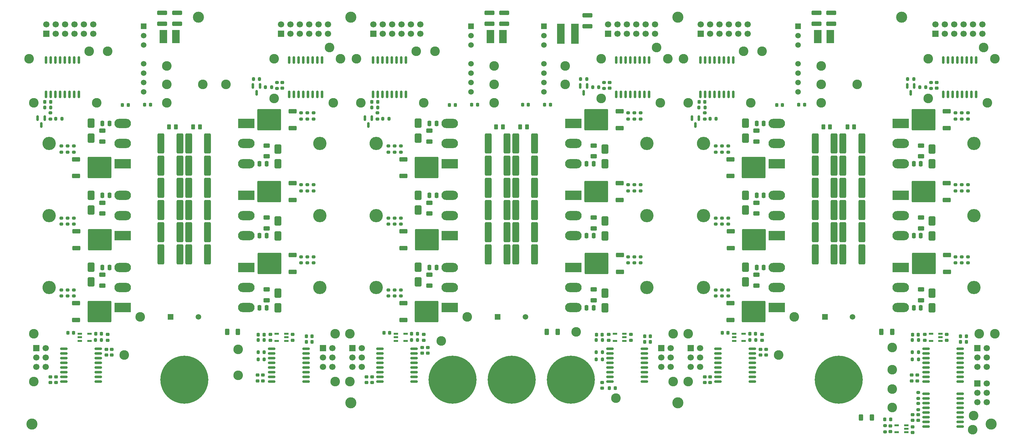
<source format=gts>
G04 #@! TF.GenerationSoftware,KiCad,Pcbnew,9.0.1*
G04 #@! TF.CreationDate,2025-08-06T03:01:25-05:00*
G04 #@! TF.ProjectId,TractionInverter,54726163-7469-46f6-9e49-6e7665727465,rev?*
G04 #@! TF.SameCoordinates,Original*
G04 #@! TF.FileFunction,Soldermask,Top*
G04 #@! TF.FilePolarity,Negative*
%FSLAX46Y46*%
G04 Gerber Fmt 4.6, Leading zero omitted, Abs format (unit mm)*
G04 Created by KiCad (PCBNEW 9.0.1) date 2025-08-06 03:01:25*
%MOMM*%
%LPD*%
G01*
G04 APERTURE LIST*
G04 Aperture macros list*
%AMRoundRect*
0 Rectangle with rounded corners*
0 $1 Rounding radius*
0 $2 $3 $4 $5 $6 $7 $8 $9 X,Y pos of 4 corners*
0 Add a 4 corners polygon primitive as box body*
4,1,4,$2,$3,$4,$5,$6,$7,$8,$9,$2,$3,0*
0 Add four circle primitives for the rounded corners*
1,1,$1+$1,$2,$3*
1,1,$1+$1,$4,$5*
1,1,$1+$1,$6,$7*
1,1,$1+$1,$8,$9*
0 Add four rect primitives between the rounded corners*
20,1,$1+$1,$2,$3,$4,$5,0*
20,1,$1+$1,$4,$5,$6,$7,0*
20,1,$1+$1,$6,$7,$8,$9,0*
20,1,$1+$1,$8,$9,$2,$3,0*%
G04 Aperture macros list end*
%ADD10C,3.000000*%
%ADD11R,1.700000X1.700000*%
%ADD12C,1.700000*%
%ADD13RoundRect,0.250000X1.100000X-0.325000X1.100000X0.325000X-1.100000X0.325000X-1.100000X-0.325000X0*%
%ADD14C,2.604000*%
%ADD15RoundRect,0.225000X0.250000X-0.225000X0.250000X0.225000X-0.250000X0.225000X-0.250000X-0.225000X0*%
%ADD16RoundRect,0.225000X-0.250000X0.225000X-0.250000X-0.225000X0.250000X-0.225000X0.250000X0.225000X0*%
%ADD17RoundRect,0.225000X-0.225000X-0.250000X0.225000X-0.250000X0.225000X0.250000X-0.225000X0.250000X0*%
%ADD18RoundRect,0.225000X0.225000X0.250000X-0.225000X0.250000X-0.225000X-0.250000X0.225000X-0.250000X0*%
%ADD19R,1.150000X0.600000*%
%ADD20RoundRect,0.150000X0.875000X0.150000X-0.875000X0.150000X-0.875000X-0.150000X0.875000X-0.150000X0*%
%ADD21RoundRect,0.200000X-0.200000X-0.275000X0.200000X-0.275000X0.200000X0.275000X-0.200000X0.275000X0*%
%ADD22RoundRect,0.218750X-0.256250X0.218750X-0.256250X-0.218750X0.256250X-0.218750X0.256250X0.218750X0*%
%ADD23RoundRect,0.150000X0.150000X-0.875000X0.150000X0.875000X-0.150000X0.875000X-0.150000X-0.875000X0*%
%ADD24RoundRect,0.200000X-0.275000X0.200000X-0.275000X-0.200000X0.275000X-0.200000X0.275000X0.200000X0*%
%ADD25RoundRect,0.250000X-0.650000X-2.450000X0.650000X-2.450000X0.650000X2.450000X-0.650000X2.450000X0*%
%ADD26RoundRect,0.250000X-0.850000X-0.350000X0.850000X-0.350000X0.850000X0.350000X-0.850000X0.350000X0*%
%ADD27RoundRect,0.249997X-2.950003X-2.650003X2.950003X-2.650003X2.950003X2.650003X-2.950003X2.650003X0*%
%ADD28RoundRect,0.250000X-0.250000X-0.475000X0.250000X-0.475000X0.250000X0.475000X-0.250000X0.475000X0*%
%ADD29RoundRect,0.250000X0.625000X-0.312500X0.625000X0.312500X-0.625000X0.312500X-0.625000X-0.312500X0*%
%ADD30RoundRect,0.200000X0.275000X-0.200000X0.275000X0.200000X-0.275000X0.200000X-0.275000X-0.200000X0*%
%ADD31RoundRect,0.150000X-0.875000X-0.150000X0.875000X-0.150000X0.875000X0.150000X-0.875000X0.150000X0*%
%ADD32RoundRect,0.250000X-0.625000X0.312500X-0.625000X-0.312500X0.625000X-0.312500X0.625000X0.312500X0*%
%ADD33RoundRect,0.200000X0.200000X0.275000X-0.200000X0.275000X-0.200000X-0.275000X0.200000X-0.275000X0*%
%ADD34RoundRect,0.150000X-0.150000X0.587500X-0.150000X-0.587500X0.150000X-0.587500X0.150000X0.587500X0*%
%ADD35RoundRect,0.250000X-0.650000X1.000000X-0.650000X-1.000000X0.650000X-1.000000X0.650000X1.000000X0*%
%ADD36RoundRect,0.250000X0.650000X-1.000000X0.650000X1.000000X-0.650000X1.000000X-0.650000X-1.000000X0*%
%ADD37RoundRect,0.250000X-0.262500X-0.450000X0.262500X-0.450000X0.262500X0.450000X-0.262500X0.450000X0*%
%ADD38RoundRect,0.250000X0.850000X0.350000X-0.850000X0.350000X-0.850000X-0.350000X0.850000X-0.350000X0*%
%ADD39RoundRect,0.249997X2.950003X2.650003X-2.950003X2.650003X-2.950003X-2.650003X2.950003X-2.650003X0*%
%ADD40O,4.500000X2.500000*%
%ADD41R,4.500000X2.500000*%
%ADD42O,3.600000X3.600000*%
%ADD43RoundRect,0.250000X-0.312500X-0.625000X0.312500X-0.625000X0.312500X0.625000X-0.312500X0.625000X0*%
%ADD44RoundRect,0.218750X-0.218750X-0.256250X0.218750X-0.256250X0.218750X0.256250X-0.218750X0.256250X0*%
%ADD45RoundRect,0.250000X0.250000X0.475000X-0.250000X0.475000X-0.250000X-0.475000X0.250000X-0.475000X0*%
%ADD46C,1.500000*%
%ADD47R,1.500000X1.500000*%
%ADD48RoundRect,0.218750X0.218750X0.256250X-0.218750X0.256250X-0.218750X-0.256250X0.218750X-0.256250X0*%
%ADD49R,2.000000X3.600000*%
%ADD50C,0.900000*%
%ADD51C,13.000000*%
%ADD52R,2.150000X5.500000*%
G04 APERTURE END LIST*
D10*
X191250000Y-142500000D03*
X102750000Y-142500000D03*
X102750000Y-38000000D03*
X191250000Y-38000000D03*
D11*
X272225000Y-137210000D03*
D12*
X274765000Y-137210000D03*
X272225000Y-139750000D03*
X274765000Y-139750000D03*
X272225000Y-142290000D03*
X274765000Y-142290000D03*
D10*
X16500000Y-148250000D03*
X61500000Y-38000000D03*
X251750000Y-38000000D03*
X275999999Y-148249999D03*
D13*
X166750000Y-37525000D03*
X166750000Y-40475000D03*
D14*
X102500000Y-123750000D03*
D15*
X122100000Y-127475000D03*
X122100000Y-129025000D03*
D16*
X108500000Y-135475000D03*
X108500000Y-137025000D03*
D12*
X105765000Y-132790000D03*
X103225000Y-132790000D03*
X105765000Y-130250000D03*
X103225000Y-130250000D03*
X105765000Y-127710000D03*
D11*
X103225000Y-127710000D03*
D17*
X119225000Y-123750000D03*
X120775000Y-123750000D03*
D16*
X107000000Y-135475000D03*
X107000000Y-137025000D03*
D18*
X113275000Y-123500000D03*
X111725000Y-123500000D03*
D15*
X123600000Y-129025000D03*
X123600000Y-127475000D03*
D19*
X114950000Y-123800000D03*
X114950000Y-124750000D03*
X114950000Y-125700000D03*
X117550000Y-125700000D03*
X117550000Y-123800000D03*
D14*
X127250000Y-125750000D03*
D20*
X119900000Y-136695000D03*
X119900000Y-135425000D03*
X119900000Y-134155000D03*
X119900000Y-132885000D03*
X119900000Y-131615000D03*
X119900000Y-130345000D03*
X119900000Y-129075000D03*
X119900000Y-127805000D03*
X110600000Y-127805000D03*
X110600000Y-129075000D03*
X110600000Y-130345000D03*
X110600000Y-131615000D03*
X110600000Y-132885000D03*
X110600000Y-134155000D03*
X110600000Y-135425000D03*
X110600000Y-136695000D03*
D21*
X119175000Y-125500000D03*
X120825000Y-125500000D03*
D22*
X122500000Y-123962500D03*
X122500000Y-125537500D03*
D14*
X102500000Y-136750000D03*
D23*
X174555000Y-49600000D03*
X175825000Y-49600000D03*
X177095000Y-49600000D03*
X178365000Y-49600000D03*
X179635000Y-49600000D03*
X180905000Y-49600000D03*
X182175000Y-49600000D03*
X183445000Y-49600000D03*
X183445000Y-58900000D03*
X182175000Y-58900000D03*
X180905000Y-58900000D03*
X179635000Y-58900000D03*
X178365000Y-58900000D03*
X177095000Y-58900000D03*
X175825000Y-58900000D03*
X174555000Y-58900000D03*
D14*
X194000000Y-136750000D03*
D24*
X114650000Y-113575000D03*
X114650000Y-111925000D03*
D25*
X145000000Y-96250000D03*
X139900000Y-96250000D03*
D26*
X117025000Y-100555000D03*
D27*
X123325000Y-98275000D03*
D26*
X117025000Y-95995000D03*
D28*
X214450000Y-105800000D03*
X212550000Y-105800000D03*
D25*
X241000000Y-84250000D03*
X235900000Y-84250000D03*
D14*
X120500000Y-47250000D03*
D24*
X179500000Y-104575000D03*
X179500000Y-102925000D03*
D29*
X168500000Y-72787500D03*
X168500000Y-75712500D03*
D25*
X241000000Y-78250000D03*
X235900000Y-78250000D03*
D30*
X201450000Y-72925000D03*
X201450000Y-74575000D03*
X177800000Y-63925000D03*
X177800000Y-65575000D03*
D25*
X152500000Y-84250000D03*
X147400000Y-84250000D03*
D30*
X204850000Y-92425000D03*
X204850000Y-94075000D03*
D31*
X182150000Y-127805000D03*
X182150000Y-129075000D03*
X182150000Y-130345000D03*
X182150000Y-131615000D03*
X182150000Y-132885000D03*
X182150000Y-134155000D03*
X182150000Y-135425000D03*
X182150000Y-136695000D03*
X172850000Y-136695000D03*
X172850000Y-135425000D03*
X172850000Y-134155000D03*
X172850000Y-132885000D03*
X172850000Y-131615000D03*
X172850000Y-130345000D03*
X172850000Y-129075000D03*
X172850000Y-127805000D03*
D30*
X177800000Y-83425000D03*
X177800000Y-85075000D03*
D16*
X200000000Y-137025000D03*
X200000000Y-135475000D03*
D32*
X212500000Y-91212500D03*
X212500000Y-88287500D03*
D26*
X116950000Y-120030000D03*
D27*
X123250000Y-117750000D03*
D26*
X116950000Y-115470000D03*
D14*
X163750000Y-123250000D03*
D18*
X108475000Y-61000000D03*
X110025000Y-61000000D03*
D24*
X268000000Y-104575000D03*
X268000000Y-102925000D03*
D33*
X199925000Y-65500000D03*
X201575000Y-65500000D03*
D23*
X197305000Y-49600000D03*
X198575000Y-49600000D03*
X199845000Y-49600000D03*
X201115000Y-49600000D03*
X202385000Y-49600000D03*
X203655000Y-49600000D03*
X204925000Y-49600000D03*
X206195000Y-49600000D03*
X206195000Y-58900000D03*
X204925000Y-58900000D03*
X203655000Y-58900000D03*
X202385000Y-58900000D03*
X201115000Y-58900000D03*
X199845000Y-58900000D03*
X198575000Y-58900000D03*
X197305000Y-58900000D03*
D30*
X181200000Y-63925000D03*
X181200000Y-65575000D03*
D34*
X165750000Y-58500000D03*
X164800000Y-56625000D03*
X166700000Y-56625000D03*
D12*
X273600000Y-39985000D03*
X273600000Y-42525000D03*
X271060000Y-39985000D03*
X271060000Y-42525000D03*
X268520000Y-39985000D03*
X268520000Y-42525000D03*
X265980000Y-39985000D03*
X265980000Y-42525000D03*
X263440000Y-39985000D03*
X263440000Y-42525000D03*
X260900000Y-39985000D03*
D11*
X260900000Y-42525000D03*
D14*
X249250000Y-133500000D03*
D33*
X164925000Y-54750000D03*
X166575000Y-54750000D03*
D14*
X194000000Y-61250000D03*
X192750000Y-49250000D03*
D35*
X209500000Y-109750000D03*
X209500000Y-105750000D03*
D18*
X267725000Y-124500000D03*
X269275000Y-124500000D03*
D14*
X170500000Y-60000000D03*
X105500000Y-61250000D03*
D29*
X257000000Y-111787500D03*
X257000000Y-114712500D03*
D21*
X256325000Y-130750000D03*
X254675000Y-130750000D03*
D36*
X260000000Y-93250000D03*
X260000000Y-97250000D03*
D14*
X249250000Y-127500000D03*
D25*
X241000000Y-90250000D03*
X235900000Y-90250000D03*
D37*
X238912500Y-67750000D03*
X237087500Y-67750000D03*
D25*
X241000000Y-72250000D03*
X235900000Y-72250000D03*
D37*
X150412500Y-67750000D03*
X148587500Y-67750000D03*
D34*
X196000000Y-67250000D03*
X195050000Y-65375000D03*
X196950000Y-65375000D03*
D38*
X263975000Y-82945000D03*
D39*
X257675000Y-85225000D03*
D38*
X263975000Y-87505000D03*
D40*
X251500000Y-97200000D03*
X251500000Y-91750000D03*
D41*
X251500000Y-86300000D03*
D42*
X271360000Y-91750000D03*
D40*
X218000000Y-105800000D03*
X218000000Y-111250000D03*
D41*
X218000000Y-116700000D03*
D42*
X198140000Y-111250000D03*
D30*
X269700000Y-63925000D03*
X269700000Y-65575000D03*
D14*
X122500000Y-61250000D03*
D25*
X233500000Y-84250000D03*
X228400000Y-84250000D03*
D43*
X249212500Y-123250000D03*
X246287500Y-123250000D03*
D14*
X170500000Y-49250000D03*
D12*
X185100000Y-39985000D03*
X185100000Y-42525000D03*
X182560000Y-39985000D03*
X182560000Y-42525000D03*
X180020000Y-39985000D03*
X180020000Y-42525000D03*
X177480000Y-39985000D03*
X177480000Y-42525000D03*
X174940000Y-39985000D03*
X174940000Y-42525000D03*
X172400000Y-39985000D03*
D11*
X172400000Y-42525000D03*
D35*
X121000000Y-90250000D03*
X121000000Y-86250000D03*
D23*
X108805000Y-49600000D03*
X110075000Y-49600000D03*
X111345000Y-49600000D03*
X112615000Y-49600000D03*
X113885000Y-49600000D03*
X115155000Y-49600000D03*
X116425000Y-49600000D03*
X117695000Y-49600000D03*
X117695000Y-58900000D03*
X116425000Y-58900000D03*
X115155000Y-58900000D03*
X113885000Y-58900000D03*
X112615000Y-58900000D03*
X111345000Y-58900000D03*
X110075000Y-58900000D03*
X108805000Y-58900000D03*
D44*
X137037500Y-61750000D03*
X135462500Y-61750000D03*
D17*
X212275000Y-123750000D03*
X210725000Y-123750000D03*
D14*
X214000000Y-47250000D03*
X190000000Y-123750000D03*
D35*
X121000000Y-109750000D03*
X121000000Y-105750000D03*
D30*
X259750000Y-55675000D03*
X259750000Y-57325000D03*
D14*
X259000000Y-60000000D03*
D15*
X172750000Y-55725000D03*
X172750000Y-57275000D03*
D21*
X170825000Y-130750000D03*
X169175000Y-130750000D03*
D25*
X152500000Y-90250000D03*
X147400000Y-90250000D03*
D30*
X204850000Y-72925000D03*
X204850000Y-74575000D03*
D14*
X190000000Y-136750000D03*
D21*
X212325000Y-125500000D03*
X210675000Y-125500000D03*
D32*
X212500000Y-110712500D03*
X212500000Y-107787500D03*
D15*
X258000000Y-123975000D03*
X258000000Y-125525000D03*
D16*
X170750000Y-138525000D03*
X170750000Y-136975000D03*
D45*
X166550000Y-77700000D03*
X168450000Y-77700000D03*
D34*
X107500000Y-67250000D03*
X106550000Y-65375000D03*
X108450000Y-65375000D03*
D14*
X141500000Y-51250000D03*
D24*
X268000000Y-65575000D03*
X268000000Y-63925000D03*
D25*
X152500000Y-102250000D03*
X147400000Y-102250000D03*
D32*
X124000000Y-91212500D03*
X124000000Y-88287500D03*
D33*
X169175000Y-128750000D03*
X170825000Y-128750000D03*
X111425000Y-65500000D03*
X113075000Y-65500000D03*
D45*
X255050000Y-97200000D03*
X256950000Y-97200000D03*
D24*
X203150000Y-113575000D03*
X203150000Y-111925000D03*
D29*
X168500000Y-111787500D03*
X168500000Y-114712500D03*
D30*
X266300000Y-63925000D03*
X266300000Y-65575000D03*
D14*
X194000000Y-123750000D03*
D25*
X233500000Y-90250000D03*
X228400000Y-90250000D03*
D35*
X209500000Y-70750000D03*
X209500000Y-66750000D03*
D14*
X272750000Y-123750000D03*
X134250000Y-119250000D03*
X218500000Y-129500000D03*
D37*
X232412500Y-67750000D03*
X230587500Y-67750000D03*
D32*
X124000000Y-71712500D03*
X124000000Y-68787500D03*
D25*
X233500000Y-78250000D03*
X228400000Y-78250000D03*
D14*
X275000000Y-61250000D03*
D24*
X114650000Y-94075000D03*
X114650000Y-92425000D03*
D26*
X205525000Y-100555000D03*
D27*
X211825000Y-98275000D03*
D26*
X205525000Y-95995000D03*
D30*
X171250000Y-55675000D03*
X171250000Y-57325000D03*
X116350000Y-111925000D03*
X116350000Y-113575000D03*
D36*
X260000000Y-112750000D03*
X260000000Y-116750000D03*
D21*
X258325000Y-57000000D03*
X256675000Y-57000000D03*
D14*
X230000000Y-56250000D03*
D26*
X116950000Y-81055000D03*
D27*
X123250000Y-78775000D03*
D26*
X116950000Y-76495000D03*
D30*
X201450000Y-92425000D03*
X201450000Y-94075000D03*
D15*
X264000000Y-123975000D03*
X264000000Y-125525000D03*
D14*
X277000000Y-49250000D03*
D38*
X264050000Y-102470000D03*
D39*
X257750000Y-104750000D03*
D38*
X264050000Y-107030000D03*
D14*
X141500000Y-61250000D03*
X274000000Y-46250000D03*
D46*
X238500000Y-119250000D03*
D47*
X231000000Y-119250000D03*
D12*
X274765000Y-132790000D03*
X272225000Y-132790000D03*
X274765000Y-130250000D03*
X272225000Y-130250000D03*
X274765000Y-127710000D03*
D11*
X272225000Y-127710000D03*
D25*
X241000000Y-96250000D03*
X235900000Y-96250000D03*
D45*
X255050000Y-116750000D03*
X256950000Y-116750000D03*
D25*
X145000000Y-90250000D03*
X139900000Y-90250000D03*
X152500000Y-78250000D03*
X147400000Y-78250000D03*
D24*
X203150000Y-94075000D03*
X203150000Y-92425000D03*
D22*
X214000000Y-125537500D03*
X214000000Y-123962500D03*
D45*
X166550000Y-97200000D03*
X168450000Y-97200000D03*
D44*
X225537500Y-61750000D03*
X223962500Y-61750000D03*
D25*
X233500000Y-102250000D03*
X228400000Y-102250000D03*
D36*
X260000000Y-73750000D03*
X260000000Y-77750000D03*
D38*
X263975000Y-63470000D03*
D39*
X257675000Y-65750000D03*
D38*
X263975000Y-68030000D03*
D36*
X171500000Y-112750000D03*
X171500000Y-116750000D03*
D13*
X228750000Y-36827500D03*
X228750000Y-39777500D03*
D38*
X175475000Y-63470000D03*
D39*
X169175000Y-65750000D03*
D38*
X175475000Y-68030000D03*
D15*
X261250000Y-55725000D03*
X261250000Y-57275000D03*
D29*
X168500000Y-92287500D03*
X168500000Y-95212500D03*
D14*
X186500000Y-61250000D03*
X125500000Y-47250000D03*
D16*
X256000000Y-136525000D03*
X256000000Y-134975000D03*
D36*
X171500000Y-93250000D03*
X171500000Y-97250000D03*
D19*
X174200000Y-125700000D03*
X174200000Y-123800000D03*
X176800000Y-123800000D03*
X176800000Y-124750000D03*
X176800000Y-125700000D03*
D16*
X254500000Y-136525000D03*
X254500000Y-134975000D03*
D19*
X259700000Y-125700000D03*
X259700000Y-123800000D03*
X262300000Y-123800000D03*
X262300000Y-124750000D03*
X262300000Y-125700000D03*
D30*
X266300000Y-83425000D03*
X266300000Y-85075000D03*
D48*
X254712500Y-124000000D03*
X256287500Y-124000000D03*
D30*
X116350000Y-92425000D03*
X116350000Y-94075000D03*
D44*
X131037500Y-61802500D03*
X129462500Y-61802500D03*
D37*
X143912500Y-67750000D03*
X142087500Y-67750000D03*
D35*
X209500000Y-90250000D03*
X209500000Y-86250000D03*
D45*
X255050000Y-77700000D03*
X256950000Y-77700000D03*
D25*
X145000000Y-84250000D03*
X139900000Y-84250000D03*
D30*
X204850000Y-111925000D03*
X204850000Y-113575000D03*
X112950000Y-72925000D03*
X112950000Y-74575000D03*
X266300000Y-102925000D03*
X266300000Y-104575000D03*
D18*
X172725000Y-138500000D03*
X174275000Y-138500000D03*
D24*
X203150000Y-74575000D03*
X203150000Y-72925000D03*
D35*
X121000000Y-70750000D03*
X121000000Y-66750000D03*
D46*
X223760000Y-58250000D03*
X223760000Y-55710000D03*
X223760000Y-53170000D03*
X223760000Y-50630000D03*
X223760000Y-45550000D03*
X223760000Y-43010000D03*
D47*
X223760000Y-40470000D03*
D33*
X254675000Y-128750000D03*
X256325000Y-128750000D03*
D30*
X181200000Y-102925000D03*
X181200000Y-104575000D03*
D15*
X172500000Y-123975000D03*
X172500000Y-125525000D03*
X215100000Y-127975000D03*
X215100000Y-129525000D03*
D14*
X188500000Y-49250000D03*
D30*
X110000000Y-63925000D03*
X110000000Y-65575000D03*
D28*
X125950000Y-105800000D03*
X124050000Y-105800000D03*
D14*
X259000000Y-49250000D03*
D28*
X125950000Y-66800000D03*
X124050000Y-66800000D03*
D23*
X263055000Y-49600000D03*
X264325000Y-49600000D03*
X265595000Y-49600000D03*
X266865000Y-49600000D03*
X268135000Y-49600000D03*
X269405000Y-49600000D03*
X270675000Y-49600000D03*
X271945000Y-49600000D03*
X271945000Y-58900000D03*
X270675000Y-58900000D03*
X269405000Y-58900000D03*
X268135000Y-58900000D03*
X266865000Y-58900000D03*
X265595000Y-58900000D03*
X264325000Y-58900000D03*
X263055000Y-58900000D03*
D12*
X121600000Y-39985000D03*
X121600000Y-42525000D03*
X119060000Y-39985000D03*
X119060000Y-42525000D03*
X116520000Y-39985000D03*
X116520000Y-42525000D03*
X113980000Y-39985000D03*
X113980000Y-42525000D03*
X111440000Y-39985000D03*
X111440000Y-42525000D03*
X108900000Y-39985000D03*
D11*
X108900000Y-42525000D03*
D25*
X241000000Y-102250000D03*
X235900000Y-102250000D03*
D48*
X169212500Y-124000000D03*
X170787500Y-124000000D03*
D13*
X232750000Y-36827500D03*
X232750000Y-39777500D03*
D25*
X233500000Y-72250000D03*
X228400000Y-72250000D03*
D19*
X209050000Y-123800000D03*
X209050000Y-125700000D03*
X206450000Y-125700000D03*
X206450000Y-124750000D03*
X206450000Y-123800000D03*
D33*
X253425000Y-54750000D03*
X255075000Y-54750000D03*
D18*
X196975000Y-61000000D03*
X198525000Y-61000000D03*
D24*
X268000000Y-85075000D03*
X268000000Y-83425000D03*
D25*
X145000000Y-72250000D03*
X139900000Y-72250000D03*
D30*
X181200000Y-83425000D03*
X181200000Y-85075000D03*
D28*
X214450000Y-86300000D03*
X212550000Y-86300000D03*
D30*
X269700000Y-102925000D03*
X269700000Y-104575000D03*
D25*
X145000000Y-102250000D03*
X139900000Y-102250000D03*
D30*
X198500000Y-63925000D03*
X198500000Y-65575000D03*
D18*
X267725000Y-126000000D03*
X269275000Y-126000000D03*
D34*
X254250000Y-58500000D03*
X253300000Y-56625000D03*
X255200000Y-56625000D03*
D29*
X257000000Y-72787500D03*
X257000000Y-75712500D03*
D36*
X171500000Y-73750000D03*
X171500000Y-77750000D03*
D14*
X239750000Y-56250000D03*
D12*
X210100000Y-39985000D03*
X210100000Y-42525000D03*
X207560000Y-39985000D03*
X207560000Y-42525000D03*
X205020000Y-39985000D03*
X205020000Y-42525000D03*
X202480000Y-39985000D03*
X202480000Y-42525000D03*
X199940000Y-39985000D03*
X199940000Y-42525000D03*
X197400000Y-39985000D03*
D11*
X197400000Y-42525000D03*
D25*
X233500000Y-96250000D03*
X228400000Y-96250000D03*
D14*
X209000000Y-47250000D03*
D33*
X254675000Y-125500000D03*
X256325000Y-125500000D03*
D49*
X140550000Y-43302500D03*
X143950000Y-43302500D03*
D38*
X175550000Y-102470000D03*
D39*
X169250000Y-104750000D03*
D38*
X175550000Y-107030000D03*
D50*
X151125000Y-136250000D03*
X149697146Y-139697146D03*
X149697146Y-132802854D03*
X146250000Y-141125000D03*
D51*
X146250000Y-136250000D03*
D50*
X146250000Y-131375000D03*
X142802854Y-139697146D03*
X142802854Y-132802854D03*
X141375000Y-136250000D03*
D45*
X166550000Y-116750000D03*
X168450000Y-116750000D03*
D28*
X125950000Y-86300000D03*
X124050000Y-86300000D03*
D49*
X229050000Y-43302500D03*
X232450000Y-43302500D03*
D15*
X178500000Y-123975000D03*
X178500000Y-125525000D03*
D30*
X177800000Y-102925000D03*
X177800000Y-104575000D03*
D33*
X108425000Y-62500000D03*
X110075000Y-62500000D03*
D25*
X145000000Y-78250000D03*
X139900000Y-78250000D03*
D24*
X114650000Y-74575000D03*
X114650000Y-72925000D03*
D21*
X169825000Y-57000000D03*
X168175000Y-57000000D03*
D18*
X182225000Y-126000000D03*
X183775000Y-126000000D03*
D25*
X152500000Y-96250000D03*
X147400000Y-96250000D03*
D50*
X239625000Y-136250000D03*
X238197146Y-139697146D03*
X238197146Y-132802854D03*
X234750000Y-141125000D03*
D51*
X234750000Y-136250000D03*
D50*
X234750000Y-131375000D03*
X231302854Y-139697146D03*
X231302854Y-132802854D03*
X229875000Y-136250000D03*
D14*
X230000000Y-51250000D03*
D30*
X201450000Y-111925000D03*
X201450000Y-113575000D03*
D16*
X198500000Y-137025000D03*
X198500000Y-135475000D03*
D32*
X124000000Y-110712500D03*
X124000000Y-107787500D03*
D24*
X179500000Y-65575000D03*
X179500000Y-63925000D03*
D13*
X140250000Y-36827500D03*
X140250000Y-39777500D03*
D26*
X205450000Y-120030000D03*
D27*
X211750000Y-117750000D03*
D26*
X205450000Y-115470000D03*
D38*
X175475000Y-82945000D03*
D39*
X169175000Y-85225000D03*
D38*
X175475000Y-87505000D03*
D14*
X230000000Y-61250000D03*
D30*
X112950000Y-111925000D03*
X112950000Y-113575000D03*
D15*
X213600000Y-127975000D03*
X213600000Y-129525000D03*
D13*
X144250000Y-36827500D03*
X144250000Y-39777500D03*
D18*
X182225000Y-124500000D03*
X183775000Y-124500000D03*
D20*
X202100000Y-136695000D03*
X202100000Y-135425000D03*
X202100000Y-134155000D03*
X202100000Y-132885000D03*
X202100000Y-131615000D03*
X202100000Y-130345000D03*
X202100000Y-129075000D03*
X202100000Y-127805000D03*
X211400000Y-127805000D03*
X211400000Y-129075000D03*
X211400000Y-130345000D03*
X211400000Y-131615000D03*
X211400000Y-132885000D03*
X211400000Y-134155000D03*
X211400000Y-135425000D03*
X211400000Y-136695000D03*
D32*
X212500000Y-71712500D03*
X212500000Y-68787500D03*
D30*
X112950000Y-92425000D03*
X112950000Y-94075000D03*
D46*
X150000000Y-119250000D03*
D47*
X142500000Y-119250000D03*
D44*
X219537500Y-61802500D03*
X217962500Y-61802500D03*
D33*
X196925000Y-62500000D03*
X198575000Y-62500000D03*
D12*
X197265000Y-132750000D03*
X194725000Y-132750000D03*
X197265000Y-130210000D03*
X194725000Y-130210000D03*
X197265000Y-127670000D03*
D11*
X194725000Y-127670000D03*
D14*
X222750000Y-119250000D03*
D33*
X169175000Y-125500000D03*
X170825000Y-125500000D03*
D18*
X203225000Y-123500000D03*
X204775000Y-123500000D03*
D31*
X267650000Y-127805000D03*
X267650000Y-129075000D03*
X267650000Y-130345000D03*
X267650000Y-131615000D03*
X267650000Y-132885000D03*
X267650000Y-134155000D03*
X267650000Y-135425000D03*
X267650000Y-136695000D03*
X258350000Y-136695000D03*
X258350000Y-135425000D03*
X258350000Y-134155000D03*
X258350000Y-132885000D03*
X258350000Y-131615000D03*
X258350000Y-130345000D03*
X258350000Y-129075000D03*
X258350000Y-127805000D03*
D26*
X205450000Y-81055000D03*
D27*
X211750000Y-78775000D03*
D26*
X205450000Y-76495000D03*
D14*
X174500000Y-141250000D03*
D28*
X214450000Y-66800000D03*
X212550000Y-66800000D03*
D14*
X141500000Y-56250000D03*
D43*
X158712500Y-123250000D03*
X155787500Y-123250000D03*
D14*
X211000000Y-61250000D03*
D29*
X257000000Y-92287500D03*
X257000000Y-95212500D03*
D14*
X185500000Y-46250000D03*
X104250000Y-49250000D03*
D46*
X135260000Y-58250000D03*
X135260000Y-55710000D03*
X135260000Y-53170000D03*
X135260000Y-50630000D03*
X135260000Y-45550000D03*
X135260000Y-43010000D03*
D47*
X135260000Y-40470000D03*
D24*
X179500000Y-85075000D03*
X179500000Y-83425000D03*
D30*
X269700000Y-83425000D03*
X269700000Y-85075000D03*
D14*
X277000000Y-123750000D03*
D25*
X152500000Y-72250000D03*
X147400000Y-72250000D03*
D30*
X116350000Y-72925000D03*
X116350000Y-74575000D03*
D40*
X129500000Y-66800000D03*
X129500000Y-72250000D03*
D41*
X129500000Y-77700000D03*
D42*
X109640000Y-72250000D03*
D40*
X218000000Y-66800000D03*
X218000000Y-72250000D03*
D41*
X218000000Y-77700000D03*
D42*
X198140000Y-72250000D03*
D40*
X163000000Y-77700000D03*
X163000000Y-72250000D03*
D41*
X163000000Y-66800000D03*
D42*
X182860000Y-72250000D03*
D40*
X218000000Y-86300000D03*
X218000000Y-91750000D03*
D41*
X218000000Y-97200000D03*
D42*
X198140000Y-91750000D03*
D40*
X129500000Y-86300000D03*
X129500000Y-91750000D03*
D41*
X129500000Y-97200000D03*
D42*
X109640000Y-91750000D03*
D40*
X163000000Y-97200000D03*
X163000000Y-91750000D03*
D41*
X163000000Y-86300000D03*
D42*
X182860000Y-91750000D03*
D40*
X251500000Y-77700000D03*
X251500000Y-72250000D03*
D41*
X251500000Y-66800000D03*
D42*
X271360000Y-72250000D03*
D40*
X251500000Y-116700000D03*
X251500000Y-111250000D03*
D41*
X251500000Y-105800000D03*
D42*
X271360000Y-111250000D03*
D40*
X163000000Y-116700000D03*
X163000000Y-111250000D03*
D41*
X163000000Y-105800000D03*
D42*
X182860000Y-111250000D03*
D40*
X129500000Y-105800000D03*
X129500000Y-111250000D03*
D41*
X129500000Y-116700000D03*
D42*
X109640000Y-111250000D03*
X94360000Y-111250000D03*
D41*
X74500000Y-105800000D03*
D40*
X74500000Y-111250000D03*
X74500000Y-116700000D03*
D42*
X21140000Y-72250000D03*
D41*
X41000000Y-77700000D03*
D40*
X41000000Y-72250000D03*
X41000000Y-66800000D03*
D42*
X21140000Y-91750000D03*
D41*
X41000000Y-97200000D03*
D40*
X41000000Y-91750000D03*
X41000000Y-86300000D03*
D42*
X21140000Y-111250000D03*
D41*
X41000000Y-116700000D03*
D40*
X41000000Y-111250000D03*
X41000000Y-105800000D03*
D42*
X94360000Y-91750000D03*
D41*
X74500000Y-86300000D03*
D40*
X74500000Y-91750000D03*
X74500000Y-97200000D03*
D42*
X94360000Y-72250000D03*
D41*
X74500000Y-66800000D03*
D40*
X74500000Y-72250000D03*
X74500000Y-77700000D03*
D33*
X78075000Y-54750000D03*
X76425000Y-54750000D03*
D44*
X149212500Y-61750000D03*
X150787500Y-61750000D03*
D34*
X19950000Y-65375000D03*
X18050000Y-65375000D03*
X19000000Y-67250000D03*
D25*
X58900000Y-96250000D03*
X64000000Y-96250000D03*
D19*
X85300000Y-125700000D03*
X85300000Y-124750000D03*
X85300000Y-123800000D03*
X82700000Y-123800000D03*
X82700000Y-125700000D03*
D38*
X86975000Y-87505000D03*
D39*
X80675000Y-85225000D03*
D38*
X86975000Y-82945000D03*
D32*
X35500000Y-107787500D03*
X35500000Y-110712500D03*
D30*
X89300000Y-85075000D03*
X89300000Y-83425000D03*
X24450000Y-74575000D03*
X24450000Y-72925000D03*
D33*
X79325000Y-125500000D03*
X77675000Y-125500000D03*
D30*
X27850000Y-94075000D03*
X27850000Y-92425000D03*
X89300000Y-104575000D03*
X89300000Y-102925000D03*
D24*
X91000000Y-102925000D03*
X91000000Y-104575000D03*
D25*
X51400000Y-90250000D03*
X56500000Y-90250000D03*
D28*
X35550000Y-105800000D03*
X37450000Y-105800000D03*
D14*
X82000000Y-60000000D03*
D30*
X27850000Y-74575000D03*
X27850000Y-72925000D03*
X92700000Y-65575000D03*
X92700000Y-63925000D03*
D24*
X26150000Y-72925000D03*
X26150000Y-74575000D03*
D30*
X21500000Y-65575000D03*
X21500000Y-63925000D03*
D50*
X125375000Y-136250000D03*
X126802854Y-132802854D03*
X126802854Y-139697146D03*
X130250000Y-131375000D03*
D51*
X130250000Y-136250000D03*
D50*
X130250000Y-141125000D03*
X133697146Y-132802854D03*
X133697146Y-139697146D03*
X135125000Y-136250000D03*
D14*
X98500000Y-136750000D03*
D50*
X157375000Y-136250000D03*
X158802854Y-132802854D03*
X158802854Y-139697146D03*
X162250000Y-131375000D03*
D51*
X162250000Y-136250000D03*
D50*
X162250000Y-141125000D03*
X165697146Y-132802854D03*
X165697146Y-139697146D03*
X167125000Y-136250000D03*
D25*
X58900000Y-84250000D03*
X64000000Y-84250000D03*
D47*
X155000000Y-40500000D03*
D46*
X155000000Y-43040000D03*
X155000000Y-45580000D03*
X155000000Y-50660000D03*
X155000000Y-53200000D03*
X155000000Y-55740000D03*
X155000000Y-58280000D03*
D14*
X45750000Y-119250000D03*
D44*
X155212500Y-61750000D03*
X156787500Y-61750000D03*
D19*
X29450000Y-123800000D03*
X29450000Y-124750000D03*
X29450000Y-125700000D03*
X32050000Y-125700000D03*
X32050000Y-123800000D03*
D21*
X33675000Y-125500000D03*
X35325000Y-125500000D03*
D45*
X79950000Y-116750000D03*
X78050000Y-116750000D03*
D30*
X256250000Y-144325000D03*
X256250000Y-142675000D03*
D52*
X163425000Y-42500000D03*
X159575000Y-42500000D03*
D25*
X51400000Y-78250000D03*
X56500000Y-78250000D03*
D32*
X35500000Y-68787500D03*
X35500000Y-71712500D03*
D11*
X186725000Y-127710000D03*
D12*
X189265000Y-127710000D03*
X186725000Y-130250000D03*
X189265000Y-130250000D03*
X186725000Y-132790000D03*
X189265000Y-132790000D03*
D35*
X32500000Y-66750000D03*
X32500000Y-70750000D03*
D13*
X55750000Y-39777500D03*
X55750000Y-36827500D03*
D30*
X24450000Y-113575000D03*
X24450000Y-111925000D03*
D14*
X17000000Y-136750000D03*
D37*
X53587500Y-67750000D03*
X55412500Y-67750000D03*
D26*
X28525000Y-95995000D03*
D27*
X34825000Y-98275000D03*
D26*
X28525000Y-100555000D03*
D14*
X17000000Y-61250000D03*
X271000000Y-149750000D03*
X160750000Y-56250000D03*
D33*
X24575000Y-65500000D03*
X22925000Y-65500000D03*
D35*
X32500000Y-105750000D03*
X32500000Y-109750000D03*
D45*
X79950000Y-77700000D03*
X78050000Y-77700000D03*
D24*
X91000000Y-83425000D03*
X91000000Y-85075000D03*
D14*
X98000000Y-61250000D03*
D33*
X79325000Y-128750000D03*
X77675000Y-128750000D03*
D16*
X79000000Y-134975000D03*
X79000000Y-136525000D03*
D44*
X40962500Y-61802500D03*
X42537500Y-61802500D03*
D24*
X91000000Y-63925000D03*
X91000000Y-65575000D03*
D33*
X21575000Y-62500000D03*
X19925000Y-62500000D03*
D15*
X81000000Y-125525000D03*
X81000000Y-123975000D03*
D47*
X54000000Y-119250000D03*
D46*
X61500000Y-119250000D03*
D15*
X254750000Y-150525000D03*
X254750000Y-148975000D03*
D36*
X83000000Y-116750000D03*
X83000000Y-112750000D03*
D14*
X249250000Y-138750000D03*
D18*
X27775000Y-123500000D03*
X26225000Y-123500000D03*
D14*
X271250000Y-146000000D03*
X160750000Y-51250000D03*
X97000000Y-46250000D03*
X72250000Y-128000000D03*
X72250000Y-135000000D03*
X41500000Y-129500000D03*
D11*
X17710000Y-127670000D03*
D12*
X20250000Y-127670000D03*
X17710000Y-130210000D03*
X20250000Y-130210000D03*
X17710000Y-132750000D03*
X20250000Y-132750000D03*
D14*
X53000000Y-61250000D03*
D13*
X51750000Y-39777500D03*
X51750000Y-36827500D03*
D16*
X21500000Y-135475000D03*
X21500000Y-137025000D03*
D15*
X248750000Y-150275000D03*
X248750000Y-148725000D03*
D14*
X62750000Y-56250000D03*
D36*
X83000000Y-77750000D03*
X83000000Y-73750000D03*
D14*
X53000000Y-56250000D03*
D18*
X21525000Y-61000000D03*
X19975000Y-61000000D03*
D25*
X58900000Y-78250000D03*
X64000000Y-78250000D03*
D16*
X23000000Y-135475000D03*
X23000000Y-137025000D03*
D15*
X36600000Y-129525000D03*
X36600000Y-127975000D03*
D31*
X258350000Y-140055000D03*
X258350000Y-141325000D03*
X258350000Y-142595000D03*
X258350000Y-143865000D03*
X258350000Y-145135000D03*
X258350000Y-146405000D03*
X258350000Y-147675000D03*
X258350000Y-148945000D03*
X267650000Y-148945000D03*
X267650000Y-147675000D03*
X267650000Y-146405000D03*
X267650000Y-145135000D03*
X267650000Y-143865000D03*
X267650000Y-142595000D03*
X267650000Y-141325000D03*
X267650000Y-140055000D03*
D32*
X35500000Y-88287500D03*
X35500000Y-91212500D03*
D15*
X84250000Y-57275000D03*
X84250000Y-55725000D03*
D11*
X20420000Y-42525000D03*
D12*
X20420000Y-39985000D03*
X22960000Y-42525000D03*
X22960000Y-39985000D03*
X25500000Y-42525000D03*
X25500000Y-39985000D03*
X28040000Y-42525000D03*
X28040000Y-39985000D03*
X30580000Y-42525000D03*
X30580000Y-39985000D03*
X33120000Y-42525000D03*
X33120000Y-39985000D03*
D25*
X51400000Y-72250000D03*
X56500000Y-72250000D03*
D44*
X46962500Y-61750000D03*
X48537500Y-61750000D03*
D28*
X35550000Y-86300000D03*
X37450000Y-86300000D03*
D22*
X37000000Y-123962500D03*
X37000000Y-125537500D03*
D23*
X86055000Y-58900000D03*
X87325000Y-58900000D03*
X88595000Y-58900000D03*
X89865000Y-58900000D03*
X91135000Y-58900000D03*
X92405000Y-58900000D03*
X93675000Y-58900000D03*
X94945000Y-58900000D03*
X94945000Y-49600000D03*
X93675000Y-49600000D03*
X92405000Y-49600000D03*
X91135000Y-49600000D03*
X89865000Y-49600000D03*
X88595000Y-49600000D03*
X87325000Y-49600000D03*
X86055000Y-49600000D03*
D48*
X79287500Y-124000000D03*
X77712500Y-124000000D03*
D18*
X92275000Y-126000000D03*
X90725000Y-126000000D03*
D49*
X55450000Y-43302500D03*
X52050000Y-43302500D03*
D25*
X51400000Y-84250000D03*
X56500000Y-84250000D03*
D30*
X256250000Y-141325000D03*
X256250000Y-139675000D03*
D14*
X15750000Y-49250000D03*
D11*
X95210000Y-127670000D03*
D12*
X97750000Y-127670000D03*
X95210000Y-130210000D03*
X97750000Y-130210000D03*
X95210000Y-132750000D03*
X97750000Y-132750000D03*
D25*
X58900000Y-102250000D03*
X64000000Y-102250000D03*
X58900000Y-72250000D03*
X64000000Y-72250000D03*
D14*
X82000000Y-49250000D03*
X32000000Y-47250000D03*
D25*
X51400000Y-102250000D03*
X56500000Y-102250000D03*
D15*
X38100000Y-129525000D03*
X38100000Y-127975000D03*
D18*
X92275000Y-124500000D03*
X90725000Y-124500000D03*
D36*
X83000000Y-97250000D03*
X83000000Y-93250000D03*
D26*
X28450000Y-115470000D03*
D27*
X34750000Y-117750000D03*
D26*
X28450000Y-120030000D03*
D14*
X53000000Y-51250000D03*
X98500000Y-123750000D03*
D19*
X253050000Y-150450000D03*
X253050000Y-149500000D03*
X253050000Y-148550000D03*
X250450000Y-148550000D03*
X250450000Y-150450000D03*
D29*
X80000000Y-75712500D03*
X80000000Y-72787500D03*
D43*
X240787500Y-146500000D03*
X243712500Y-146500000D03*
D48*
X248787500Y-147000000D03*
X247212500Y-147000000D03*
D30*
X27850000Y-113575000D03*
X27850000Y-111925000D03*
D34*
X78200000Y-56625000D03*
X76300000Y-56625000D03*
X77250000Y-58500000D03*
D23*
X20305000Y-58900000D03*
X21575000Y-58900000D03*
X22845000Y-58900000D03*
X24115000Y-58900000D03*
X25385000Y-58900000D03*
X26655000Y-58900000D03*
X27925000Y-58900000D03*
X29195000Y-58900000D03*
X29195000Y-49600000D03*
X27925000Y-49600000D03*
X26655000Y-49600000D03*
X25385000Y-49600000D03*
X24115000Y-49600000D03*
X22845000Y-49600000D03*
X21575000Y-49600000D03*
X20305000Y-49600000D03*
D50*
X52875000Y-136250000D03*
X54302854Y-132802854D03*
X54302854Y-139697146D03*
X57750000Y-131375000D03*
D51*
X57750000Y-136250000D03*
D50*
X57750000Y-141125000D03*
X61197146Y-132802854D03*
X61197146Y-139697146D03*
X62625000Y-136250000D03*
D31*
X81350000Y-127805000D03*
X81350000Y-129075000D03*
X81350000Y-130345000D03*
X81350000Y-131615000D03*
X81350000Y-132885000D03*
X81350000Y-134155000D03*
X81350000Y-135425000D03*
X81350000Y-136695000D03*
X90650000Y-136695000D03*
X90650000Y-135425000D03*
X90650000Y-134155000D03*
X90650000Y-132885000D03*
X90650000Y-131615000D03*
X90650000Y-130345000D03*
X90650000Y-129075000D03*
X90650000Y-127805000D03*
D38*
X87050000Y-107030000D03*
D39*
X80750000Y-104750000D03*
D38*
X87050000Y-102470000D03*
D14*
X17000000Y-123750000D03*
D24*
X26150000Y-111925000D03*
X26150000Y-113575000D03*
D28*
X35550000Y-66800000D03*
X37450000Y-66800000D03*
D15*
X87000000Y-125525000D03*
X87000000Y-123975000D03*
D21*
X77675000Y-130750000D03*
X79325000Y-130750000D03*
D11*
X83900000Y-42525000D03*
D12*
X83900000Y-39985000D03*
X86440000Y-42525000D03*
X86440000Y-39985000D03*
X88980000Y-42525000D03*
X88980000Y-39985000D03*
X91520000Y-42525000D03*
X91520000Y-39985000D03*
X94060000Y-42525000D03*
X94060000Y-39985000D03*
X96600000Y-42525000D03*
X96600000Y-39985000D03*
D43*
X69287500Y-123250000D03*
X72212500Y-123250000D03*
D16*
X77500000Y-134975000D03*
X77500000Y-136525000D03*
D29*
X80000000Y-95212500D03*
X80000000Y-92287500D03*
D30*
X92700000Y-85075000D03*
X92700000Y-83425000D03*
D45*
X79950000Y-97200000D03*
X78050000Y-97200000D03*
D38*
X86975000Y-68030000D03*
D39*
X80675000Y-65750000D03*
D38*
X86975000Y-63470000D03*
D26*
X28450000Y-76495000D03*
D27*
X34750000Y-78775000D03*
D26*
X28450000Y-81055000D03*
D15*
X254750000Y-147250000D03*
X254750000Y-145700000D03*
D25*
X58900000Y-90250000D03*
X64000000Y-90250000D03*
D37*
X60087500Y-67750000D03*
X61912500Y-67750000D03*
D30*
X89300000Y-65575000D03*
X89300000Y-63925000D03*
D14*
X34000000Y-61250000D03*
D20*
X34400000Y-136695000D03*
X34400000Y-135425000D03*
X34400000Y-134155000D03*
X34400000Y-132885000D03*
X34400000Y-131615000D03*
X34400000Y-130345000D03*
X34400000Y-129075000D03*
X34400000Y-127805000D03*
X25100000Y-127805000D03*
X25100000Y-129075000D03*
X25100000Y-130345000D03*
X25100000Y-131615000D03*
X25100000Y-132885000D03*
X25100000Y-134155000D03*
X25100000Y-135425000D03*
X25100000Y-136695000D03*
D17*
X33725000Y-123750000D03*
X35275000Y-123750000D03*
D30*
X82750000Y-57325000D03*
X82750000Y-55675000D03*
D14*
X249250000Y-143750000D03*
D24*
X26150000Y-92425000D03*
X26150000Y-94075000D03*
D30*
X247250000Y-150325000D03*
X247250000Y-148675000D03*
D21*
X79675000Y-57000000D03*
X81325000Y-57000000D03*
D15*
X256250000Y-147275000D03*
X256250000Y-145725000D03*
D47*
X46750000Y-40500000D03*
D46*
X46750000Y-43040000D03*
X46750000Y-45580000D03*
X46750000Y-50660000D03*
X46750000Y-53200000D03*
X46750000Y-55740000D03*
X46750000Y-58280000D03*
D25*
X51400000Y-96250000D03*
X56500000Y-96250000D03*
D29*
X80000000Y-114712500D03*
X80000000Y-111787500D03*
D14*
X100000000Y-49250000D03*
D30*
X92700000Y-104575000D03*
X92700000Y-102925000D03*
D35*
X32500000Y-86250000D03*
X32500000Y-90250000D03*
D30*
X24450000Y-94075000D03*
X24450000Y-92425000D03*
D14*
X37000000Y-47250000D03*
X69000000Y-56250000D03*
M02*

</source>
